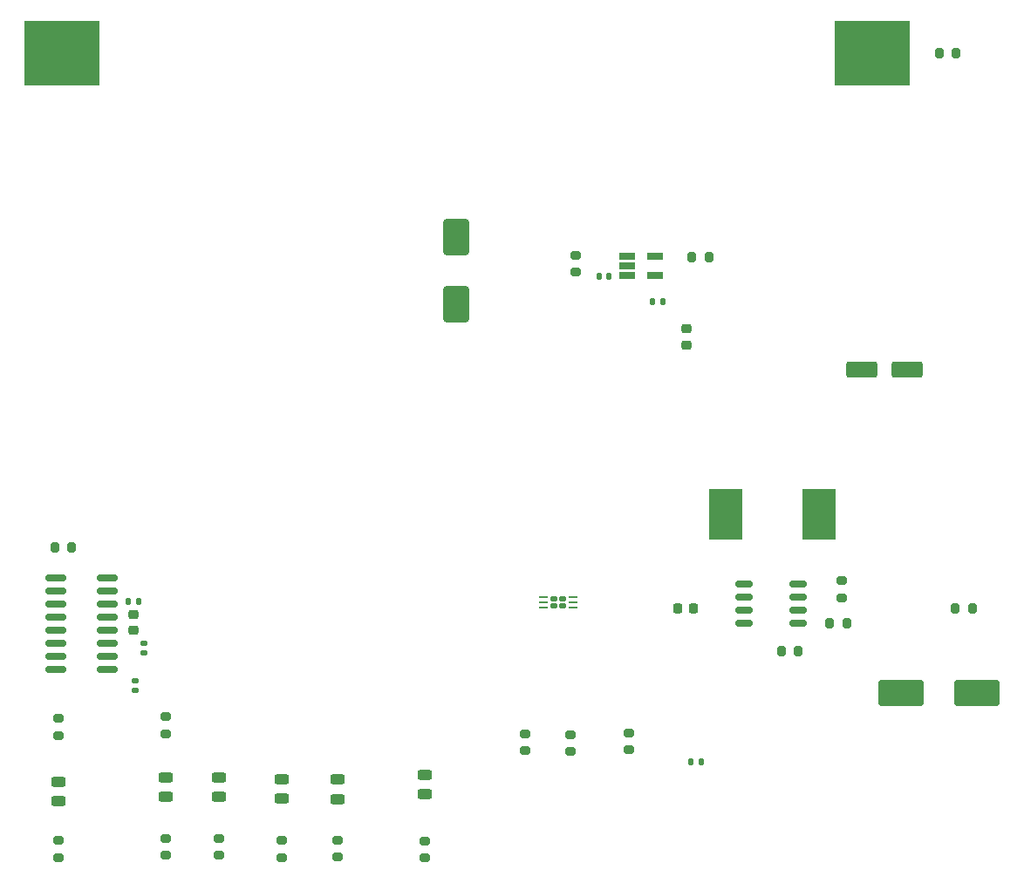
<source format=gtp>
G04 #@! TF.GenerationSoftware,KiCad,Pcbnew,(7.0.0-0)*
G04 #@! TF.CreationDate,2023-11-03T12:50:16+02:00*
G04 #@! TF.ProjectId,Untitled,556e7469-746c-4656-942e-6b696361645f,rev?*
G04 #@! TF.SameCoordinates,Original*
G04 #@! TF.FileFunction,Paste,Top*
G04 #@! TF.FilePolarity,Positive*
%FSLAX46Y46*%
G04 Gerber Fmt 4.6, Leading zero omitted, Abs format (unit mm)*
G04 Created by KiCad (PCBNEW (7.0.0-0)) date 2023-11-03 12:50:16*
%MOMM*%
%LPD*%
G01*
G04 APERTURE LIST*
G04 Aperture macros list*
%AMRoundRect*
0 Rectangle with rounded corners*
0 $1 Rounding radius*
0 $2 $3 $4 $5 $6 $7 $8 $9 X,Y pos of 4 corners*
0 Add a 4 corners polygon primitive as box body*
4,1,4,$2,$3,$4,$5,$6,$7,$8,$9,$2,$3,0*
0 Add four circle primitives for the rounded corners*
1,1,$1+$1,$2,$3*
1,1,$1+$1,$4,$5*
1,1,$1+$1,$6,$7*
1,1,$1+$1,$8,$9*
0 Add four rect primitives between the rounded corners*
20,1,$1+$1,$2,$3,$4,$5,0*
20,1,$1+$1,$4,$5,$6,$7,0*
20,1,$1+$1,$6,$7,$8,$9,0*
20,1,$1+$1,$8,$9,$2,$3,0*%
G04 Aperture macros list end*
%ADD10R,3.175000X4.950000*%
%ADD11RoundRect,0.225000X-0.250000X0.225000X-0.250000X-0.225000X0.250000X-0.225000X0.250000X0.225000X0*%
%ADD12RoundRect,0.243750X0.456250X-0.243750X0.456250X0.243750X-0.456250X0.243750X-0.456250X-0.243750X0*%
%ADD13RoundRect,0.200000X-0.275000X0.200000X-0.275000X-0.200000X0.275000X-0.200000X0.275000X0.200000X0*%
%ADD14RoundRect,0.200000X0.275000X-0.200000X0.275000X0.200000X-0.275000X0.200000X-0.275000X-0.200000X0*%
%ADD15RoundRect,0.135000X0.200000X0.135000X-0.200000X0.135000X-0.200000X-0.135000X0.200000X-0.135000X0*%
%ADD16RoundRect,0.062500X0.350000X0.062500X-0.350000X0.062500X-0.350000X-0.062500X0.350000X-0.062500X0*%
%ADD17RoundRect,0.225000X0.225000X0.250000X-0.225000X0.250000X-0.225000X-0.250000X0.225000X-0.250000X0*%
%ADD18RoundRect,0.150000X0.825000X0.150000X-0.825000X0.150000X-0.825000X-0.150000X0.825000X-0.150000X0*%
%ADD19R,7.340000X6.350000*%
%ADD20RoundRect,0.140000X0.170000X-0.140000X0.170000X0.140000X-0.170000X0.140000X-0.170000X-0.140000X0*%
%ADD21RoundRect,0.140000X0.140000X0.170000X-0.140000X0.170000X-0.140000X-0.170000X0.140000X-0.170000X0*%
%ADD22RoundRect,0.200000X-0.200000X-0.275000X0.200000X-0.275000X0.200000X0.275000X-0.200000X0.275000X0*%
%ADD23RoundRect,0.140000X-0.140000X-0.170000X0.140000X-0.170000X0.140000X0.170000X-0.140000X0.170000X0*%
%ADD24RoundRect,0.250000X-1.000000X1.500000X-1.000000X-1.500000X1.000000X-1.500000X1.000000X1.500000X0*%
%ADD25R,1.560000X0.650000*%
%ADD26RoundRect,0.200000X0.200000X0.275000X-0.200000X0.275000X-0.200000X-0.275000X0.200000X-0.275000X0*%
%ADD27RoundRect,0.225000X0.250000X-0.225000X0.250000X0.225000X-0.250000X0.225000X-0.250000X-0.225000X0*%
%ADD28RoundRect,0.150000X-0.675000X-0.150000X0.675000X-0.150000X0.675000X0.150000X-0.675000X0.150000X0*%
%ADD29RoundRect,0.250000X1.250000X0.550000X-1.250000X0.550000X-1.250000X-0.550000X1.250000X-0.550000X0*%
%ADD30RoundRect,0.250000X-1.950000X-1.000000X1.950000X-1.000000X1.950000X1.000000X-1.950000X1.000000X0*%
G04 APERTURE END LIST*
D10*
X177707499Y-80263999D03*
X168692499Y-80263999D03*
D11*
X164900000Y-62225000D03*
X164900000Y-63775000D03*
D12*
X119500000Y-107677500D03*
X119500000Y-105802500D03*
D13*
X103900000Y-111925500D03*
X103900000Y-113575500D03*
X139500000Y-111949000D03*
X139500000Y-113599000D03*
D14*
X154150000Y-56712000D03*
X154150000Y-55062000D03*
D13*
X125600000Y-111935000D03*
X125600000Y-113585000D03*
D14*
X149241000Y-103188000D03*
X149241000Y-101538000D03*
D15*
X152855000Y-89092000D03*
X152855000Y-88412000D03*
X152035000Y-89092000D03*
X152035000Y-88412000D03*
D16*
X153882500Y-89252000D03*
X153882500Y-88752000D03*
X153882500Y-88252000D03*
X151007500Y-88252000D03*
X151007500Y-88752000D03*
X151007500Y-89252000D03*
D17*
X165576000Y-89366000D03*
X164026000Y-89366000D03*
D18*
X108647000Y-95312000D03*
X108647000Y-94042000D03*
X108647000Y-92772000D03*
X108647000Y-91502000D03*
X108647000Y-90232000D03*
X108647000Y-88962000D03*
X108647000Y-87692000D03*
X108647000Y-86422000D03*
X103697000Y-86422000D03*
X103697000Y-87692000D03*
X103697000Y-88962000D03*
X103697000Y-90232000D03*
X103697000Y-91502000D03*
X103697000Y-92772000D03*
X103697000Y-94042000D03*
X103697000Y-95312000D03*
D14*
X103900000Y-101725000D03*
X103900000Y-100075000D03*
D19*
X182941599Y-35458399D03*
X104281599Y-35458399D03*
D12*
X131000000Y-107877500D03*
X131000000Y-106002500D03*
D14*
X159300000Y-103125000D03*
X159300000Y-101475000D03*
D20*
X112203000Y-93732000D03*
X112203000Y-92772000D03*
D12*
X139500000Y-107440000D03*
X139500000Y-105565000D03*
D21*
X157350000Y-57112000D03*
X156390000Y-57112000D03*
D22*
X165425000Y-55212000D03*
X167075000Y-55212000D03*
D23*
X110707000Y-88708000D03*
X111667000Y-88708000D03*
X161600000Y-59600000D03*
X162560000Y-59600000D03*
D13*
X114296000Y-111703500D03*
X114296000Y-113353500D03*
D14*
X153600000Y-103300000D03*
X153600000Y-101650000D03*
D24*
X142500000Y-53292500D03*
X142500000Y-59792500D03*
D25*
X159149999Y-55149999D03*
X159149999Y-56099999D03*
X159149999Y-57049999D03*
X161849999Y-57049999D03*
X161849999Y-55149999D03*
D12*
X114296000Y-107702500D03*
X114296000Y-105827500D03*
X103900000Y-108100000D03*
X103900000Y-106225000D03*
D26*
X191050000Y-35400000D03*
X189400000Y-35400000D03*
D13*
X119500000Y-111694000D03*
X119500000Y-113344000D03*
D12*
X125600000Y-107840000D03*
X125600000Y-105965000D03*
D27*
X111187000Y-91515000D03*
X111187000Y-89965000D03*
D14*
X179920000Y-88325000D03*
X179920000Y-86675000D03*
D26*
X192625000Y-89400000D03*
X190975000Y-89400000D03*
D22*
X178775000Y-90800000D03*
X180425000Y-90800000D03*
D28*
X170495000Y-86995000D03*
X170495000Y-88265000D03*
X170495000Y-89535000D03*
X170495000Y-90805000D03*
X175745000Y-90805000D03*
X175745000Y-89535000D03*
X175745000Y-88265000D03*
X175745000Y-86995000D03*
D14*
X131000000Y-113528500D03*
X131000000Y-111878500D03*
D29*
X186300000Y-66200000D03*
X181900000Y-66200000D03*
D22*
X174095000Y-93500000D03*
X175745000Y-93500000D03*
D30*
X185700000Y-97600000D03*
X193100000Y-97600000D03*
D23*
X165320000Y-104300000D03*
X166280000Y-104300000D03*
D14*
X114300000Y-101537500D03*
X114300000Y-99887500D03*
D22*
X103575000Y-83440000D03*
X105225000Y-83440000D03*
D20*
X111380000Y-97320000D03*
X111380000Y-96360000D03*
M02*

</source>
